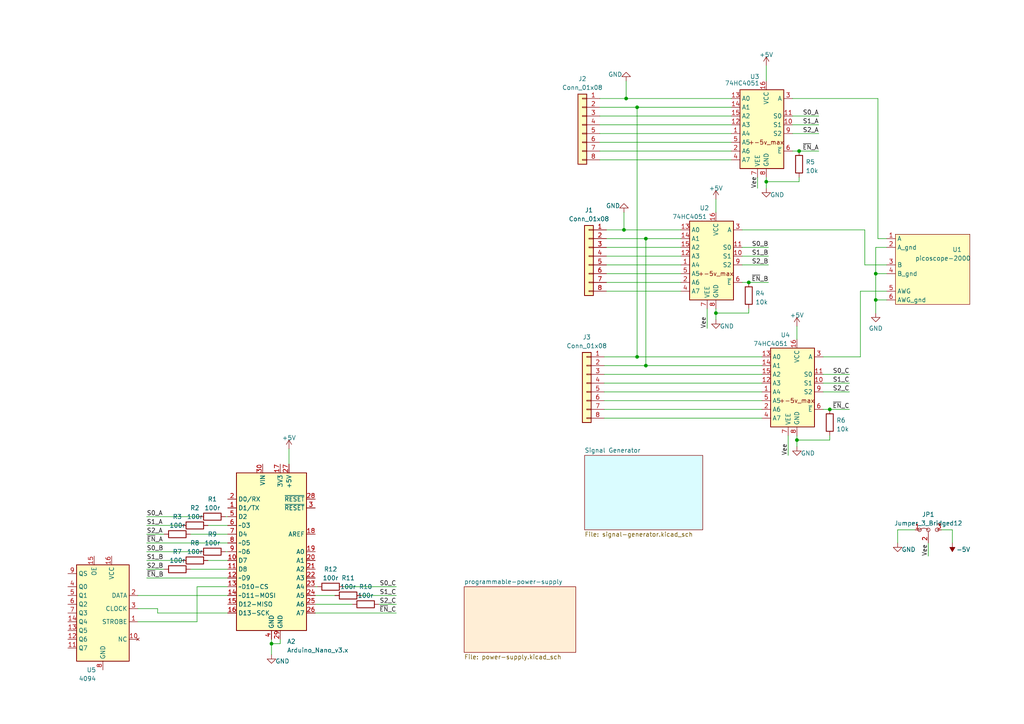
<source format=kicad_sch>
(kicad_sch (version 20230121) (generator eeschema)
  (paper "A4")
  (lib_symbols
    (symbol "000_Connectors_Immo:Jumper_3_Bridged12" (pin_names (offset 0) hide) (in_bom no)
      (property "Reference" "JP" (at -2.54 -2.54 0))
      (property "Value" "Jumper_3_Bridged12" (at 0 2.794 0))
      (symbol "Jumper_3_Bridged12_0_0"
        (circle (center -2.54 0) (radius 0.508))
        (circle (center 0 0) (radius 0.508))
        (circle (center 2.54 0) (radius 0.508))
      )
      (symbol "Jumper_3_Bridged12_0_1"
        (arc (start 0 -0.0807) (mid -1.27 0.4699) (end -2.54 -0.0807))
        (polyline (pts (xy 0 -1.27) (xy 0 -0.508)))
      )
      (symbol "Jumper_3_Bridged12_1_1"
        (pin passive line (at -3.81 0 0) (length 1.27) (name "A") (number "1"))
        (pin input line (at 0 -3.81 90) (length 2.54) (name "C") (number "2"))
        (pin passive line (at 3.81 0 180) (length 1.27) (name "B") (number "3"))
      )
    )
    (symbol "000_IC_immo:74HC4051"
      (property "Reference" "U" (at -5.08 11.43 0))
      (property "Value" "74HC4051" (at -7.62 -13.97 0))
      (symbol "74HC4051_0_1"
        (rectangle (start -5.08 10.16) (end 7.62 -12.7) (stroke (width 0.254)) (fill (type background)))
        (text "+-5v_max" (at 0 -5.08 0) (effects (font (size 1.27 1.27))))
      )
      (symbol "74HC4051_1_1"
        (pin passive line (at 10.16 -2.54 180) (length 2.54) (name "A4") (number "1"))
        (pin input line (at -7.62 0 0) (length 2.54) (name "S1") (number "10"))
        (pin input line (at -7.62 2.54 0) (length 2.54) (name "S0") (number "11"))
        (pin passive line (at 10.16 0 180) (length 2.54) (name "A3") (number "12"))
        (pin passive line (at 10.16 7.62 180) (length 2.54) (name "A0") (number "13"))
        (pin passive line (at 10.16 5.08 180) (length 2.54) (name "A1") (number "14"))
        (pin passive line (at 10.16 2.54 180) (length 2.54) (name "A2") (number "15"))
        (pin power_in line (at 0 12.7 270) (length 2.54) (name "VCC") (number "16"))
        (pin passive line (at 10.16 -7.62 180) (length 2.54) (name "A6") (number "2"))
        (pin passive line (at -7.62 7.62 0) (length 2.54) (name "A") (number "3"))
        (pin passive line (at 10.16 -10.16 180) (length 2.54) (name "A7") (number "4"))
        (pin passive line (at 10.16 -5.08 180) (length 2.54) (name "A5") (number "5"))
        (pin input line (at -7.62 -7.62 0) (length 2.54) (name "~{E}") (number "6"))
        (pin power_in line (at 2.54 -15.24 90) (length 2.54) (name "VEE") (number "7"))
        (pin power_in line (at 0 -15.24 90) (length 2.54) (name "GND") (number "8"))
        (pin input line (at -7.62 -2.54 0) (length 2.54) (name "S2") (number "9"))
      )
    )
    (symbol "000_Logic_IC_Immo:4094"
      (property "Reference" "U" (at -7.62 13.97 0))
      (property "Value" "4094" (at -7.62 -16.51 0))
      (symbol "4094_1_0"
        (pin input line (at -10.16 -3.81 0) (length 2.54) (name "STROBE") (number "1"))
        (pin no_connect line (at -10.16 -8.89 0) (length 2.54) (name "NC") (number "10"))
        (pin tri_state line (at 10.16 -11.43 180) (length 2.54) (name "Q7") (number "11"))
        (pin tri_state line (at 10.16 -8.89 180) (length 2.54) (name "Q6") (number "12"))
        (pin tri_state line (at 10.16 -6.35 180) (length 2.54) (name "Q5") (number "13"))
        (pin tri_state line (at 10.16 -3.81 180) (length 2.54) (name "Q4") (number "14"))
        (pin input line (at 2.54 15.24 270) (length 2.54) (name "OE") (number "15"))
        (pin power_in line (at -2.54 15.24 270) (length 2.54) (name "VCC") (number "16"))
        (pin input line (at -10.16 3.81 0) (length 2.54) (name "DATA") (number "2"))
        (pin input line (at -10.16 0 0) (length 2.54) (name "CLOCK") (number "3"))
        (pin tri_state line (at 10.16 6.35 180) (length 2.54) (name "Q0") (number "4"))
        (pin tri_state line (at 10.16 3.81 180) (length 2.54) (name "Q1") (number "5"))
        (pin tri_state line (at 10.16 1.27 180) (length 2.54) (name "Q2") (number "6"))
        (pin tri_state line (at 10.16 -1.27 180) (length 2.54) (name "Q3") (number "7"))
        (pin power_in line (at 0 -17.78 90) (length 2.54) (name "GND") (number "8"))
        (pin output line (at 10.16 10.16 180) (length 2.54) (name "QS") (number "9"))
      )
      (symbol "4094_1_1"
        (rectangle (start -7.62 12.7) (end 7.62 -15.24) (stroke (width 0.254)) (fill (type background)))
      )
    )
    (symbol "000_MCU_microcontrollers_Immo:Arduino_Nano_v3.x"
      (property "Reference" "A" (at -10.16 23.495 0))
      (property "Value" "Arduino_Nano_v3.x" (at 5.08 -24.13 0))
      (symbol "Arduino_Nano_v3.x_0_1"
        (rectangle (start -10.16 22.86) (end 10.16 -22.86) (stroke (width 0.254)) (fill (type background)))
      )
      (symbol "Arduino_Nano_v3.x_1_1"
        (pin bidirectional line (at -12.7 12.7 0) (length 2.54) (name "D1/TX") (number "1"))
        (pin bidirectional line (at -12.7 -2.54 0) (length 2.54) (name "D7") (number "10"))
        (pin bidirectional line (at -12.7 -5.08 0) (length 2.54) (name "D8") (number "11"))
        (pin bidirectional line (at -12.7 -7.62 0) (length 2.54) (name "~D9") (number "12"))
        (pin bidirectional line (at -12.7 -10.16 0) (length 2.54) (name "~D10-CS") (number "13"))
        (pin bidirectional line (at -12.7 -12.7 0) (length 2.54) (name "~D11-MOSI") (number "14"))
        (pin bidirectional line (at -12.7 -15.24 0) (length 2.54) (name "D12-MISO") (number "15"))
        (pin bidirectional line (at -12.7 -17.78 0) (length 2.54) (name "D13-SCK") (number "16"))
        (pin power_out line (at 2.54 25.4 270) (length 2.54) (name "3V3") (number "17"))
        (pin input line (at 12.7 5.08 180) (length 2.54) (name "AREF") (number "18"))
        (pin bidirectional line (at 12.7 0 180) (length 2.54) (name "A0") (number "19"))
        (pin bidirectional line (at -12.7 15.24 0) (length 2.54) (name "D0/RX") (number "2"))
        (pin bidirectional line (at 12.7 -2.54 180) (length 2.54) (name "A1") (number "20"))
        (pin bidirectional line (at 12.7 -5.08 180) (length 2.54) (name "A2") (number "21"))
        (pin bidirectional line (at 12.7 -7.62 180) (length 2.54) (name "A3") (number "22"))
        (pin bidirectional line (at 12.7 -10.16 180) (length 2.54) (name "A4") (number "23"))
        (pin bidirectional line (at 12.7 -12.7 180) (length 2.54) (name "A5") (number "24"))
        (pin bidirectional line (at 12.7 -15.24 180) (length 2.54) (name "A6") (number "25"))
        (pin bidirectional line (at 12.7 -17.78 180) (length 2.54) (name "A7") (number "26"))
        (pin power_out line (at 5.08 25.4 270) (length 2.54) (name "+5V") (number "27"))
        (pin input line (at 12.7 15.24 180) (length 2.54) (name "~{RESET}") (number "28"))
        (pin power_in line (at 2.54 -25.4 90) (length 2.54) (name "GND") (number "29"))
        (pin input line (at 12.7 12.7 180) (length 2.54) (name "~{RESET}") (number "3"))
        (pin power_in line (at -2.54 25.4 270) (length 2.54) (name "VIN") (number "30"))
        (pin power_in line (at 0 -25.4 90) (length 2.54) (name "GND") (number "4"))
        (pin bidirectional line (at -12.7 10.16 0) (length 2.54) (name "D2") (number "5"))
        (pin bidirectional line (at -12.7 7.62 0) (length 2.54) (name "~D3") (number "6"))
        (pin bidirectional line (at -12.7 5.08 0) (length 2.54) (name "D4") (number "7"))
        (pin bidirectional line (at -12.7 2.54 0) (length 2.54) (name "~D5") (number "8"))
        (pin bidirectional line (at -12.7 0 0) (length 2.54) (name "~D6") (number "9"))
      )
    )
    (symbol "000_Modules_Immo:picoscope-2000"
      (property "Reference" "U?" (at -0.635 10.16 0))
      (property "Value" "picoscope-2000" (at 0 7.62 0))
      (symbol "picoscope-2000_0_0"
        (rectangle (start -12.7 6.35) (end 8.89 -13.97) (fill (type background)))
      )
      (symbol "picoscope-2000_1_1"
        (pin bidirectional line (at -15.24 5.08 0) (length 2.54) (name "A") (number "1"))
        (pin bidirectional line (at -15.24 2.54 0) (length 2.54) (name "A_gnd") (number "2"))
        (pin bidirectional line (at -15.24 -2.54 0) (length 2.54) (name "B") (number "3"))
        (pin bidirectional line (at -15.24 -5.08 0) (length 2.54) (name "B_gnd") (number "4"))
        (pin bidirectional line (at -15.24 -10.16 0) (length 2.54) (name "AWG") (number "5"))
        (pin bidirectional line (at -15.24 -12.7 0) (length 2.54) (name "AWG_gnd") (number "6"))
      )
    )
    (symbol "000_Pin_Headers_Immo:Conn_01x08" (pin_names (offset 1.016) hide)
      (property "Reference" "J" (at 0 10.16 0))
      (property "Value" "Conn_01x08" (at 0 -12.7 0))
      (symbol "Conn_01x08_1_1"
        (rectangle (start -1.27 -10.033) (end 0 -10.287) (stroke (width 0.1524)))
        (rectangle (start -1.27 -7.493) (end 0 -7.747) (stroke (width 0.1524)))
        (rectangle (start -1.27 -4.953) (end 0 -5.207) (stroke (width 0.1524)))
        (rectangle (start -1.27 -2.413) (end 0 -2.667) (stroke (width 0.1524)))
        (rectangle (start -1.27 0.127) (end 0 -0.127) (stroke (width 0.1524)))
        (rectangle (start -1.27 2.667) (end 0 2.413) (stroke (width 0.1524)))
        (rectangle (start -1.27 5.207) (end 0 4.953) (stroke (width 0.1524)))
        (rectangle (start -1.27 7.747) (end 0 7.493) (stroke (width 0.1524)))
        (rectangle (start -1.27 8.89) (end 1.27 -11.43) (stroke (width 0.254)) (fill (type background)))
        (pin passive line (at -5.08 7.62 0) (length 3.81) (name "Pin_1") (number "1"))
        (pin passive line (at -5.08 5.08 0) (length 3.81) (name "Pin_2") (number "2"))
        (pin passive line (at -5.08 2.54 0) (length 3.81) (name "Pin_3") (number "3"))
        (pin passive line (at -5.08 0 0) (length 3.81) (name "Pin_4") (number "4"))
        (pin passive line (at -5.08 -2.54 0) (length 3.81) (name "Pin_5") (number "5"))
        (pin passive line (at -5.08 -5.08 0) (length 3.81) (name "Pin_6") (number "6"))
        (pin passive line (at -5.08 -7.62 0) (length 3.81) (name "Pin_7") (number "7"))
        (pin passive line (at -5.08 -10.16 0) (length 3.81) (name "Pin_8") (number "8"))
      )
    )
    (symbol "000_Resistors_Immo:100r" (pin_numbers hide) (pin_names (offset 0))
      (property "Reference" "R?" (at -2.54 3.81 0))
      (property "Value" "100r" (at -5.08 2.54 0))
      (symbol "100r_0_1"
        (rectangle (start 2.54 -1.016) (end -2.54 1.016) (stroke (width 0.254)))
      )
      (symbol "100r_1_1"
        (pin passive line (at -3.81 0 0) (length 1.27) (name "~") (number "1"))
        (pin passive line (at 3.81 0 180) (length 1.27) (name "~") (number "2"))
      )
    )
    (symbol "power:+5V" (power) (pin_names (offset 0))
      (property "Value" "+5V" (at 0 3.556 0))
      (symbol "+5V_0_1"
        (polyline (pts (xy -0.762 1.27) (xy 0 2.54)))
        (polyline (pts (xy 0 0) (xy 0 2.54)))
        (polyline (pts (xy 0 2.54) (xy 0.762 1.27)))
      )
      (symbol "+5V_1_1"
        (pin power_in line (at 0 0 90) (length 0) hide (name "+5V") (number "1"))
      )
    )
    (symbol "power:-5V" (power) (pin_names (offset 0))
      (property "Value" "-5V" (at 0 3.81 0))
      (symbol "-5V_0_0"
        (pin power_in line (at 0 0 90) (length 0) hide (name "-5V") (number "1"))
      )
      (symbol "-5V_0_1"
        (polyline (pts (xy 0 0) (xy 0 1.27) (xy 0.762 1.27) (xy 0 2.54) (xy -0.762 1.27) (xy 0 1.27)) (fill (type outline)))
      )
    )
    (symbol "power:GND" (power) (pin_names (offset 0))
      (property "Value" "GND" (at 0 -3.81 0))
      (symbol "GND_0_1"
        (polyline (pts (xy 0 0) (xy 0 -1.27) (xy 1.27 -1.27) (xy 0 -2.54) (xy -1.27 -1.27) (xy 0 -1.27)))
      )
      (symbol "GND_1_1"
        (pin power_in line (at 0 0 270) (length 0) hide (name "GND") (number "1"))
      )
    )
  )
  (junction (at 181.61 28.575))
  (junction (at 187.325 69.215))
  (junction (at 78.74 186.69))
  (junction (at 184.785 31.115))
  (junction (at 254 79.375))
  (junction (at 254 86.995))
  (junction (at 231.775 43.815))
  (junction (at 222.25 52.705))
  (junction (at 217.17 81.915))
  (junction (at 231.14 127.635))
  (junction (at 240.665 118.745))
  (junction (at 184.785 103.505))
  (junction (at 187.325 106.045))
  (junction (at 207.645 90.805))
  (junction (at 180.975 66.675))
  (wire (pts (xy 66.04 177.8) (xy 45.72 177.8)))
  (wire (pts (xy 55.245 165.1) (xy 66.04 165.1)))
  (wire (pts (xy 184.785 31.115) (xy 212.09 31.115)))
  (wire (pts (xy 260.35 153.67) (xy 265.43 153.67)))
  (wire (pts (xy 217.17 81.915) (xy 222.885 81.915)))
  (wire (pts (xy 254 79.375) (xy 257.175 79.375)))
  (wire (pts (xy 231.14 126.365) (xy 231.14 127.635)))
  (wire (pts (xy 175.895 71.755) (xy 197.485 71.755)))
  (wire (pts (xy 231.775 51.435) (xy 231.775 52.705)))
  (wire (pts (xy 181.61 28.575) (xy 212.09 28.575)))
  (wire (pts (xy 173.99 31.115) (xy 184.785 31.115)))
  (wire (pts (xy 238.76 108.585) (xy 246.38 108.585)))
  (wire (pts (xy 175.26 118.745) (xy 220.98 118.745)))
  (wire (pts (xy 78.74 186.69) (xy 78.74 189.865)))
  (wire (pts (xy 217.17 89.535) (xy 217.17 90.805)))
  (wire (pts (xy 257.175 86.995) (xy 254 86.995)))
  (wire (pts (xy 114.935 177.8) (xy 91.44 177.8)))
  (wire (pts (xy 42.545 157.48) (xy 66.04 157.48)))
  (wire (pts (xy 42.545 167.64) (xy 66.04 167.64)))
  (wire (pts (xy 240.665 126.365) (xy 240.665 127.635)))
  (wire (pts (xy 215.265 74.295) (xy 222.885 74.295)))
  (wire (pts (xy 57.15 180.34) (xy 57.15 170.18)))
  (wire (pts (xy 175.895 66.675) (xy 180.975 66.675)))
  (wire (pts (xy 175.26 116.205) (xy 220.98 116.205)))
  (wire (pts (xy 114.935 175.26) (xy 109.855 175.26)))
  (wire (pts (xy 81.28 185.42) (xy 81.28 186.69)))
  (wire (pts (xy 184.785 31.115) (xy 184.785 103.505)))
  (wire (pts (xy 238.76 111.125) (xy 246.38 111.125)))
  (wire (pts (xy 254 71.755) (xy 254 79.375)))
  (wire (pts (xy 45.72 176.53) (xy 40.005 176.53)))
  (wire (pts (xy 238.76 113.665) (xy 246.38 113.665)))
  (wire (pts (xy 42.545 152.4) (xy 52.705 152.4)))
  (wire (pts (xy 173.99 43.815) (xy 212.09 43.815)))
  (wire (pts (xy 205.105 89.535) (xy 205.105 95.25)))
  (wire (pts (xy 240.665 118.745) (xy 246.38 118.745)))
  (wire (pts (xy 231.775 43.815) (xy 237.49 43.815)))
  (wire (pts (xy 229.87 43.815) (xy 231.775 43.815)))
  (wire (pts (xy 260.35 157.48) (xy 260.35 153.67)))
  (wire (pts (xy 55.245 154.94) (xy 66.04 154.94)))
  (wire (pts (xy 207.645 57.785) (xy 207.645 61.595)))
  (wire (pts (xy 187.325 106.045) (xy 220.98 106.045)))
  (wire (pts (xy 269.24 157.48) (xy 269.24 161.29)))
  (wire (pts (xy 250.825 76.835) (xy 257.175 76.835)))
  (wire (pts (xy 228.6 126.365) (xy 228.6 132.08)))
  (wire (pts (xy 215.265 66.675) (xy 250.825 66.675)))
  (wire (pts (xy 276.225 157.48) (xy 276.225 153.67)))
  (wire (pts (xy 97.155 172.72) (xy 91.44 172.72)))
  (wire (pts (xy 83.82 130.175) (xy 83.82 134.62)))
  (wire (pts (xy 57.15 170.18) (xy 66.04 170.18)))
  (wire (pts (xy 173.99 33.655) (xy 212.09 33.655)))
  (wire (pts (xy 231.14 127.635) (xy 231.14 129.54)))
  (wire (pts (xy 175.26 108.585) (xy 220.98 108.585)))
  (wire (pts (xy 175.26 121.285) (xy 220.98 121.285)))
  (wire (pts (xy 254.635 28.575) (xy 254.635 69.215)))
  (wire (pts (xy 207.645 89.535) (xy 207.645 90.805)))
  (wire (pts (xy 238.76 118.745) (xy 240.665 118.745)))
  (wire (pts (xy 219.71 51.435) (xy 219.71 54.61)))
  (wire (pts (xy 42.545 149.86) (xy 57.785 149.86)))
  (wire (pts (xy 60.325 162.56) (xy 66.04 162.56)))
  (wire (pts (xy 173.99 41.275) (xy 212.09 41.275)))
  (wire (pts (xy 229.87 36.195) (xy 237.49 36.195)))
  (wire (pts (xy 175.895 76.835) (xy 197.485 76.835)))
  (wire (pts (xy 249.555 84.455) (xy 257.175 84.455)))
  (wire (pts (xy 229.87 28.575) (xy 254.635 28.575)))
  (wire (pts (xy 180.975 66.675) (xy 197.485 66.675)))
  (wire (pts (xy 238.76 103.505) (xy 249.555 103.505)))
  (wire (pts (xy 175.895 69.215) (xy 187.325 69.215)))
  (wire (pts (xy 229.87 38.735) (xy 237.49 38.735)))
  (wire (pts (xy 231.14 94.615) (xy 231.14 98.425)))
  (wire (pts (xy 175.26 113.665) (xy 220.98 113.665)))
  (wire (pts (xy 215.265 71.755) (xy 222.885 71.755)))
  (wire (pts (xy 175.895 74.295) (xy 197.485 74.295)))
  (wire (pts (xy 175.895 81.915) (xy 197.485 81.915)))
  (wire (pts (xy 175.895 79.375) (xy 197.485 79.375)))
  (wire (pts (xy 65.405 149.86) (xy 66.04 149.86)))
  (wire (pts (xy 65.405 160.02) (xy 66.04 160.02)))
  (wire (pts (xy 229.87 33.655) (xy 237.49 33.655)))
  (wire (pts (xy 42.545 165.1) (xy 47.625 165.1)))
  (wire (pts (xy 222.25 52.705) (xy 222.25 54.61)))
  (wire (pts (xy 175.26 106.045) (xy 187.325 106.045)))
  (wire (pts (xy 222.25 19.05) (xy 222.25 23.495)))
  (wire (pts (xy 175.895 84.455) (xy 197.485 84.455)))
  (wire (pts (xy 180.975 61.595) (xy 180.975 66.675)))
  (wire (pts (xy 114.935 170.18) (xy 99.695 170.18)))
  (wire (pts (xy 45.72 177.8) (xy 45.72 176.53)))
  (wire (pts (xy 254 86.995) (xy 254 90.805)))
  (wire (pts (xy 40.005 172.72) (xy 66.04 172.72)))
  (wire (pts (xy 173.99 46.355) (xy 212.09 46.355)))
  (wire (pts (xy 207.645 90.805) (xy 207.645 92.71)))
  (wire (pts (xy 42.545 162.56) (xy 52.705 162.56)))
  (wire (pts (xy 254.635 69.215) (xy 257.175 69.215)))
  (wire (pts (xy 207.645 90.805) (xy 217.17 90.805)))
  (wire (pts (xy 91.44 170.18) (xy 92.075 170.18)))
  (wire (pts (xy 78.74 185.42) (xy 78.74 186.69)))
  (wire (pts (xy 250.825 66.675) (xy 250.825 76.835)))
  (wire (pts (xy 257.175 71.755) (xy 254 71.755)))
  (wire (pts (xy 173.99 28.575) (xy 181.61 28.575)))
  (wire (pts (xy 222.25 52.705) (xy 231.775 52.705)))
  (wire (pts (xy 184.785 103.505) (xy 220.98 103.505)))
  (wire (pts (xy 175.26 103.505) (xy 184.785 103.505)))
  (wire (pts (xy 249.555 103.505) (xy 249.555 84.455)))
  (wire (pts (xy 187.325 69.215) (xy 197.485 69.215)))
  (wire (pts (xy 254 86.995) (xy 254 79.375)))
  (wire (pts (xy 215.265 81.915) (xy 217.17 81.915)))
  (wire (pts (xy 114.935 172.72) (xy 104.775 172.72)))
  (wire (pts (xy 175.26 111.125) (xy 220.98 111.125)))
  (wire (pts (xy 231.14 127.635) (xy 240.665 127.635)))
  (wire (pts (xy 81.28 186.69) (xy 78.74 186.69)))
  (wire (pts (xy 173.99 38.735) (xy 212.09 38.735)))
  (wire (pts (xy 60.325 152.4) (xy 66.04 152.4)))
  (wire (pts (xy 215.265 76.835) (xy 222.885 76.835)))
  (wire (pts (xy 187.325 69.215) (xy 187.325 106.045)))
  (wire (pts (xy 181.61 23.495) (xy 181.61 28.575)))
  (wire (pts (xy 102.235 175.26) (xy 91.44 175.26)))
  (wire (pts (xy 173.99 36.195) (xy 212.09 36.195)))
  (wire (pts (xy 42.545 154.94) (xy 47.625 154.94)))
  (wire (pts (xy 276.225 153.67) (xy 273.05 153.67)))
  (wire (pts (xy 222.25 51.435) (xy 222.25 52.705)))
  (wire (pts (xy 40.005 180.34) (xy 57.15 180.34)))
  (wire (pts (xy 42.545 160.02) (xy 57.785 160.02)))
  (label "S2_A" (at 42.545 154.94 0))
  (label "S2_B" (at 222.885 76.835 180))
  (label "S0_A" (at 42.545 149.86 0))
  (label "S0_B" (at 42.545 160.02 0))
  (label "S2_C" (at 114.935 175.26 180))
  (label "S1_A" (at 42.545 152.4 0))
  (label "S0_C" (at 114.935 170.18 180))
  (label "~{EN}_A" (at 237.49 43.815 180))
  (label "S0_C" (at 246.38 108.585 180))
  (label "S0_A" (at 237.49 33.655 180))
  (label "S1_B" (at 42.545 162.56 0))
  (label "S1_C" (at 246.38 111.125 180))
  (label "~{EN}_C" (at 114.935 177.8 180))
  (label "S2_C" (at 246.38 113.665 180))
  (label "S1_C" (at 114.935 172.72 180))
  (label "Vee" (at 219.71 54.61 90))
  (label "S1_A" (at 237.49 36.195 180))
  (label "Vee" (at 228.6 132.08 90))
  (label "~{EN}_B" (at 222.885 81.915 180))
  (label "S0_B" (at 222.885 71.755 180))
  (label "~{EN}_A" (at 42.545 157.48 0))
  (label "Vee" (at 269.24 161.29 90))
  (label "S2_B" (at 42.545 165.1 0))
  (label "~{EN}_B" (at 42.545 167.64 0))
  (label "S2_A" (at 237.49 38.735 180))
  (label "~{EN}_C" (at 246.38 118.745 180))
  (label "Vee" (at 205.105 95.25 90))
  (label "S1_B" (at 222.885 74.295 180))
  (symbol (lib_id "power:GND") (at 260.35 157.48 0) (unit 1)
    (property "Reference" "#PWR07" (effects hide))
    (property "Value" "GND" (at 263.525 159.385 0))
  )
  (symbol (lib_id "000_Pin_Headers_Immo:Conn_01x08") (at 170.18 111.125 0) (mirror y) (unit 1)
    (property "Reference" "J3" (at 170.18 97.79 0))
    (property "Value" "Conn_01x08" (at 170.18 100.33 0))
    (property "Footprint" "Connector_PinHeader_2.54mm:PinHeader_1x08_P2.54mm_Vertical" (effects hide))
  )
  (symbol (lib_id "000_Resistors_Immo:100r") (at 56.515 162.56 0) (unit 1)
    (property "Reference" "R8" (at 56.515 157.48 0))
    (property "Value" "100r" (at 56.515 160.02 0))
    (property "Footprint" "Resistor_SMD:R_0805_2012Metric_Pad1.20x1.40mm_HandSolder" (effects hide))
    (property "JLCpart" "C217766" (effects hide))
    (property "Cost" "0.0093" (effects hide))
  )
  (symbol (lib_id "power:+5V") (at 207.645 57.785 0) (unit 1)
    (property "Reference" "#PWR03" (effects hide))
    (property "Value" "+5V" (at 207.645 54.61 0))
  )
  (symbol (lib_id "power:GND") (at 207.645 92.71 0) (unit 1)
    (property "Reference" "#PWR08" (effects hide))
    (property "Value" "GND" (at 210.82 94.615 0))
  )
  (symbol (lib_id "000_MCU_microcontrollers_Immo:Arduino_Nano_v3.x") (at 78.74 160.02 0) (unit 1)
    (property "Reference" "A2" (at 83.2359 186.055 0) (effects (justify left)))
    (property "Value" "Arduino_Nano_v3.x" (at 83.2359 188.595 0) (effects (justify left)))
    (property "Footprint" "Module:Arduino_Nano" (effects hide))
    (property "Datasheet" "http://www.mouser.com/pdfdocs/Gravitech_Arduino_Nano3_0.pdf" (effects hide))
  )
  (symbol (lib_id "000_Resistors_Immo:100r") (at 100.965 172.72 0) (mirror y) (unit 1)
    (property "Reference" "R11" (at 100.965 167.64 0))
    (property "Value" "100r" (at 100.965 170.18 0))
    (property "Footprint" "Resistor_SMD:R_0805_2012Metric_Pad1.20x1.40mm_HandSolder" (effects hide))
    (property "JLCpart" "C217766" (effects hide))
    (property "Cost" "0.0093" (effects hide))
  )
  (symbol (lib_id "000_IC_immo:74HC4051") (at 231.14 111.125 0) (mirror y) (unit 1)
    (property "Reference" "U4" (at 229.1841 97.155 0) (effects (justify left)))
    (property "Value" "74HC4051" (at 223.52 99.695 0))
    (property "Footprint" "Package_DIP:DIP-16_W8.89mm_SMDSocket_LongPads" (effects hide))
    (property "Datasheet" "http://www.ti.com/lit/ds/symlink/cd74hc4051.pdf" (effects hide))
    (property "RSpart" "103-8177" (effects hide))
    (property "Cost" "0.367" (effects hide))
  )
  (symbol (lib_id "000_Logic_IC_Immo:4094") (at 29.845 176.53 0) (mirror y) (unit 1)
    (property "Reference" "U5" (at 27.8891 194.31 0) (effects (justify left)))
    (property "Value" "4094" (at 27.8891 196.85 0) (effects (justify left)))
    (property "Footprint" "Package_DIP:SMDIP-18_W9.53mm" (effects hide))
    (property "Datasheet" "https://www.ti.com/lit/ds/symlink/cd74hc4094.pdf" (effects hide))
  )
  (symbol (lib_id "000_IC_immo:74HC4051") (at 207.645 74.295 0) (mirror y) (unit 1)
    (property "Reference" "U2" (at 205.6891 60.325 0) (effects (justify left)))
    (property "Value" "74HC4051" (at 200.025 62.865 0))
    (property "Footprint" "Package_DIP:DIP-16_W8.89mm_SMDSocket_LongPads" (effects hide))
    (property "Datasheet" "http://www.ti.com/lit/ds/symlink/cd74hc4051.pdf" (effects hide))
    (property "RSpart" "103-8177" (effects hide))
    (property "Cost" "0.367" (effects hide))
  )
  (symbol (lib_id "power:+5V") (at 231.14 94.615 0) (unit 1)
    (property "Reference" "#PWR04" (effects hide))
    (property "Value" "+5V" (at 231.14 91.44 0))
  )
  (symbol (lib_id "power:GND") (at 180.975 61.595 180) (unit 1)
    (property "Reference" "#PWR011" (effects hide))
    (property "Value" "GND" (at 177.8 59.69 0))
  )
  (symbol (lib_id "000_Resistors_Immo:100r") (at 217.17 85.725 90) (unit 1)
    (property "Reference" "R4" (at 219.075 85.09 90) (effects (justify right)))
    (property "Value" "10k" (at 219.075 87.63 90) (effects (justify right)))
    (property "Footprint" "Resistor_SMD:R_0805_2012Metric_Pad1.20x1.40mm_HandSolder" (effects hide))
    (property "JLCpart" "C217766" (effects hide))
    (property "Cost" "0.0093" (effects hide))
  )
  (symbol (lib_id "power:GND") (at 181.61 23.495 180) (unit 1)
    (property "Reference" "#PWR010" (effects hide))
    (property "Value" "GND" (at 178.435 21.59 0))
  )
  (symbol (lib_id "000_Resistors_Immo:100r") (at 95.885 170.18 0) (mirror y) (unit 1)
    (property "Reference" "R12" (at 95.885 165.1 0))
    (property "Value" "100r" (at 95.885 167.64 0))
    (property "Footprint" "Resistor_SMD:R_0805_2012Metric_Pad1.20x1.40mm_HandSolder" (effects hide))
    (property "JLCpart" "C217766" (effects hide))
    (property "Cost" "0.0093" (effects hide))
  )
  (symbol (lib_id "power:GND") (at 254 90.805 0) (unit 1)
    (property "Reference" "#PWR01" (effects hide))
    (property "Value" "GND" (at 254 95.25 0))
  )
  (symbol (lib_id "000_Resistors_Immo:100r") (at 56.515 152.4 0) (unit 1)
    (property "Reference" "R2" (at 56.515 147.32 0))
    (property "Value" "100r" (at 56.515 149.86 0))
    (property "Footprint" "Resistor_SMD:R_0805_2012Metric_Pad1.20x1.40mm_HandSolder" (effects hide))
    (property "JLCpart" "C217766" (effects hide))
    (property "Cost" "0.0093" (effects hide))
  )
  (symbol (lib_id "000_Pin_Headers_Immo:Conn_01x08") (at 168.91 36.195 0) (mirror y) (unit 1)
    (property "Reference" "J2" (at 168.91 22.86 0))
    (property "Value" "Conn_01x08" (at 168.91 25.4 0))
    (property "Footprint" "Connector_PinHeader_2.54mm:PinHeader_1x08_P2.54mm_Vertical" (effects hide))
  )
  (symbol (lib_id "000_Pin_Headers_Immo:Conn_01x08") (at 170.815 74.295 0) (mirror y) (unit 1)
    (property "Reference" "J1" (at 170.815 60.96 0))
    (property "Value" "Conn_01x08" (at 170.815 63.5 0))
    (property "Footprint" "Connector_PinHeader_2.54mm:PinHeader_1x08_P2.54mm_Vertical" (effects hide))
  )
  (symbol (lib_id "power:+5V") (at 222.25 19.05 0) (unit 1)
    (property "Reference" "#PWR02" (effects hide))
    (property "Value" "+5V" (at 222.25 15.875 0))
  )
  (symbol (lib_id "000_Resistors_Immo:100r") (at 61.595 149.86 0) (unit 1)
    (property "Reference" "R1" (at 61.595 144.78 0))
    (property "Value" "100r" (at 61.595 147.32 0))
    (property "Footprint" "Resistor_SMD:R_0805_2012Metric_Pad1.20x1.40mm_HandSolder" (effects hide))
    (property "JLCpart" "C217766" (effects hide))
    (property "Cost" "0.0093" (effects hide))
  )
  (symbol (lib_id "000_IC_immo:74HC4051") (at 222.25 36.195 0) (mirror y) (unit 1)
    (property "Reference" "U3" (at 220.2941 22.225 0) (effects (justify left)))
    (property "Value" "74HC4051" (at 215.265 24.13 0))
    (property "Footprint" "Package_DIP:DIP-16_W8.89mm_SMDSocket_LongPads" (effects hide))
    (property "Datasheet" "http://www.ti.com/lit/ds/symlink/cd74hc4051.pdf" (effects hide))
    (property "RSpart" "103-8177" (effects hide))
    (property "Cost" "0.367" (effects hide))
  )
  (symbol (lib_id "000_Resistors_Immo:100r") (at 106.045 175.26 0) (mirror y) (unit 1)
    (property "Reference" "R10" (at 106.045 170.18 0))
    (property "Value" "100r" (at 106.045 172.72 0))
    (property "Footprint" "Resistor_SMD:R_0805_2012Metric_Pad1.20x1.40mm_HandSolder" (effects hide))
    (property "JLCpart" "C217766" (effects hide))
    (property "Cost" "0.0093" (effects hide))
  )
  (symbol (lib_id "power:+5V") (at 83.82 130.175 0) (unit 1)
    (property "Reference" "#PWR012" (effects hide))
    (property "Value" "+5V" (at 83.82 127 0))
  )
  (symbol (lib_id "000_Resistors_Immo:100r") (at 240.665 122.555 90) (unit 1)
    (property "Reference" "R6" (at 242.57 121.92 90) (effects (justify right)))
    (property "Value" "10k" (at 242.57 124.46 90) (effects (justify right)))
    (property "Footprint" "Resistor_SMD:R_0805_2012Metric_Pad1.20x1.40mm_HandSolder" (effects hide))
    (property "JLCpart" "C217766" (effects hide))
    (property "Cost" "0.0093" (effects hide))
  )
  (symbol (lib_id "000_Resistors_Immo:100r") (at 231.775 47.625 90) (unit 1)
    (property "Reference" "R5" (at 233.68 46.99 90) (effects (justify right)))
    (property "Value" "10k" (at 233.68 49.53 90) (effects (justify right)))
    (property "Footprint" "Resistor_SMD:R_0805_2012Metric_Pad1.20x1.40mm_HandSolder" (effects hide))
    (property "JLCpart" "C217766" (effects hide))
    (property "Cost" "0.0093" (effects hide))
  )
  (symbol (lib_id "power:GND") (at 78.74 189.865 0) (unit 1)
    (property "Reference" "#PWR013" (effects hide))
    (property "Value" "GND" (at 81.915 191.77 0))
  )
  (symbol (lib_id "000_Resistors_Immo:100r") (at 51.435 154.94 0) (unit 1)
    (property "Reference" "R3" (at 51.435 149.86 0))
    (property "Value" "100r" (at 51.435 152.4 0))
    (property "Footprint" "Resistor_SMD:R_0805_2012Metric_Pad1.20x1.40mm_HandSolder" (effects hide))
    (property "JLCpart" "C217766" (effects hide))
    (property "Cost" "0.0093" (effects hide))
  )
  (symbol (lib_id "000_Resistors_Immo:100r") (at 51.435 165.1 0) (unit 1)
    (property "Reference" "R7" (at 51.435 160.02 0))
    (property "Value" "100r" (at 51.435 162.56 0))
    (property "Footprint" "Resistor_SMD:R_0805_2012Metric_Pad1.20x1.40mm_HandSolder" (effects hide))
    (property "JLCpart" "C217766" (effects hide))
    (property "Cost" "0.0093" (effects hide))
  )
  (symbol (lib_id "000_Modules_Immo:picoscope-2000") (at 272.415 74.295 0) (unit 1)
    (property "Reference" "U1" (at 276.225 72.39 0) (effects (justify left)))
    (property "Value" "picoscope-2000" (at 265.43 74.93 0) (effects (justify left)))
  )
  (symbol (lib_id "power:-5V") (at 276.225 157.48 180) (unit 1)
    (property "Reference" "#PWR06" (effects hide))
    (property "Value" "-5V" (at 279.4 159.385 0))
  )
  (symbol (lib_id "power:GND") (at 231.14 129.54 0) (unit 1)
    (property "Reference" "#PWR09" (effects hide))
    (property "Value" "GND" (at 234.315 131.445 0))
  )
  (symbol (lib_id "power:GND") (at 222.25 54.61 0) (unit 1)
    (property "Reference" "#PWR05" (effects hide))
    (property "Value" "GND" (at 225.425 56.515 0))
  )
  (symbol (lib_id "000_Resistors_Immo:100r") (at 61.595 160.02 0) (unit 1)
    (property "Reference" "R9" (at 61.595 154.94 0))
    (property "Value" "100r" (at 61.595 157.48 0))
    (property "Footprint" "Resistor_SMD:R_0805_2012Metric_Pad1.20x1.40mm_HandSolder" (effects hide))
    (property "JLCpart" "C217766" (effects hide))
    (property "Cost" "0.0093" (effects hide))
  )
  (symbol (lib_id "000_Connectors_Immo:Jumper_3_Bridged12") (at 269.24 153.67 0) (unit 1) (in_bom no)
    (property "Reference" "JP1" (at 269.24 149.225 0))
    (property "Value" "Jumper_3_Bridged12" (at 269.24 151.765 0))
    (property "Footprint" "Jumper:SolderJumper-3_P1.3mm_Bridged12_RoundedPad1.0x1.5mm" (effects hide))
  )
  (sheet (at 134.62 170.18) (size 32.385 19.05) (stroke (width 0.1524)) (fill (color 255 174 60 0.2100))
    (property "Sheetname" "programmable-power-supply" (at 134.62 169.4684 0) (effects (justify left bottom)))
    (property "Sheetfile" "power-supply.kicad_sch" (at 134.62 189.8146 0) (effects (justify left top)))
  )
  (sheet (at 169.545 132.08) (size 34.29 21.59) (stroke (width 0.1524)) (fill (color 89 244 255 0.2200))
    (property "Sheetname" "Signal Generator" (at 169.545 131.3684 0) (effects (justify left bottom)))
    (property "Sheetfile" "signal-generator.kicad_sch" (at 169.545 154.2546 0) (effects (justify left top)))
  )
)
</source>
